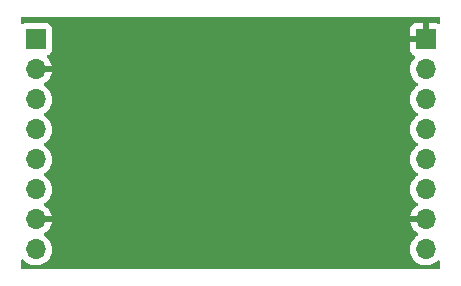
<source format=gbr>
%TF.GenerationSoftware,KiCad,Pcbnew,6.0.4-6f826c9f35~116~ubuntu20.04.1*%
%TF.CreationDate,2022-04-01T00:26:04-05:00*%
%TF.ProjectId,LoRa_ E28-2G4M27S,4c6f5261-5f20-4453-9238-2d3247344d32,rev?*%
%TF.SameCoordinates,Original*%
%TF.FileFunction,Copper,L2,Bot*%
%TF.FilePolarity,Positive*%
%FSLAX46Y46*%
G04 Gerber Fmt 4.6, Leading zero omitted, Abs format (unit mm)*
G04 Created by KiCad (PCBNEW 6.0.4-6f826c9f35~116~ubuntu20.04.1) date 2022-04-01 00:26:04*
%MOMM*%
%LPD*%
G01*
G04 APERTURE LIST*
%TA.AperFunction,ComponentPad*%
%ADD10O,1.700000X1.700000*%
%TD*%
%TA.AperFunction,ComponentPad*%
%ADD11R,1.700000X1.700000*%
%TD*%
G04 APERTURE END LIST*
D10*
%TO.P,J2,8,Pin_8*%
%TO.N,Net-(U1-Pad9)*%
X152400000Y-86614000D03*
%TO.P,J2,7,Pin_7*%
%TO.N,GND*%
X152400000Y-84074000D03*
%TO.P,J2,6,Pin_6*%
%TO.N,Net-(U1-Pad11)*%
X152400000Y-81534000D03*
%TO.P,J2,5,Pin_5*%
%TO.N,Net-(U1-Pad12)*%
X152400000Y-78994000D03*
%TO.P,J2,4,Pin_4*%
%TO.N,Net-(U1-Pad13)*%
X152400000Y-76454000D03*
%TO.P,J2,3,Pin_3*%
%TO.N,Net-(U1-Pad14)*%
X152400000Y-73914000D03*
%TO.P,J2,2,Pin_2*%
%TO.N,Net-(U1-Pad15)*%
X152400000Y-71374000D03*
D11*
%TO.P,J2,1,Pin_1*%
%TO.N,GND*%
X152400000Y-68834000D03*
%TD*%
D10*
%TO.P,J1,8,Pin_8*%
%TO.N,Net-(J1-Pad8)*%
X119380000Y-86614000D03*
%TO.P,J1,7,Pin_7*%
%TO.N,GND*%
X119380000Y-84074000D03*
%TO.P,J1,6,Pin_6*%
%TO.N,Net-(J1-Pad6)*%
X119380000Y-81534000D03*
%TO.P,J1,5,Pin_5*%
%TO.N,Net-(J1-Pad5)*%
X119380000Y-78994000D03*
%TO.P,J1,4,Pin_4*%
%TO.N,Net-(J1-Pad4)*%
X119380000Y-76454000D03*
%TO.P,J1,3,Pin_3*%
%TO.N,Net-(J1-Pad3)*%
X119380000Y-73914000D03*
%TO.P,J1,2,Pin_2*%
%TO.N,GND*%
X119380000Y-71374000D03*
D11*
%TO.P,J1,1,Pin_1*%
%TO.N,Net-(J1-Pad1)*%
X119380000Y-68834000D03*
%TD*%
%TA.AperFunction,Conductor*%
%TO.N,GND*%
G36*
X153533621Y-66928502D02*
G01*
X153580114Y-66982158D01*
X153591500Y-67034500D01*
X153591500Y-67387658D01*
X153571498Y-67455779D01*
X153517842Y-67502272D01*
X153447568Y-67512376D01*
X153421270Y-67505640D01*
X153367605Y-67485522D01*
X153352351Y-67481895D01*
X153301486Y-67476369D01*
X153294672Y-67476000D01*
X152672115Y-67476000D01*
X152656876Y-67480475D01*
X152655671Y-67481865D01*
X152654000Y-67489548D01*
X152654000Y-68962000D01*
X152633998Y-69030121D01*
X152580342Y-69076614D01*
X152528000Y-69088000D01*
X151060116Y-69088000D01*
X151044877Y-69092475D01*
X151043672Y-69093865D01*
X151042001Y-69101548D01*
X151042001Y-69728669D01*
X151042371Y-69735490D01*
X151047895Y-69786352D01*
X151051521Y-69801604D01*
X151096676Y-69922054D01*
X151105214Y-69937649D01*
X151181715Y-70039724D01*
X151194276Y-70052285D01*
X151296351Y-70128786D01*
X151311946Y-70137324D01*
X151420827Y-70178142D01*
X151477591Y-70220784D01*
X151502291Y-70287345D01*
X151487083Y-70356694D01*
X151467691Y-70383175D01*
X151355763Y-70500301D01*
X151340629Y-70516138D01*
X151214743Y-70700680D01*
X151120688Y-70903305D01*
X151060989Y-71118570D01*
X151037251Y-71340695D01*
X151050110Y-71563715D01*
X151051247Y-71568761D01*
X151051248Y-71568767D01*
X151064597Y-71628000D01*
X151099222Y-71781639D01*
X151183266Y-71988616D01*
X151299987Y-72179088D01*
X151446250Y-72347938D01*
X151618126Y-72490632D01*
X151688595Y-72531811D01*
X151691445Y-72533476D01*
X151740169Y-72585114D01*
X151753240Y-72654897D01*
X151726509Y-72720669D01*
X151686055Y-72754027D01*
X151673607Y-72760507D01*
X151669474Y-72763610D01*
X151669471Y-72763612D01*
X151645247Y-72781800D01*
X151494965Y-72894635D01*
X151444706Y-72947228D01*
X151347594Y-73048850D01*
X151340629Y-73056138D01*
X151214743Y-73240680D01*
X151120688Y-73443305D01*
X151060989Y-73658570D01*
X151037251Y-73880695D01*
X151037548Y-73885848D01*
X151037548Y-73885851D01*
X151043011Y-73980590D01*
X151050110Y-74103715D01*
X151051247Y-74108761D01*
X151051248Y-74108767D01*
X151071119Y-74196939D01*
X151099222Y-74321639D01*
X151183266Y-74528616D01*
X151299987Y-74719088D01*
X151446250Y-74887938D01*
X151618126Y-75030632D01*
X151688595Y-75071811D01*
X151691445Y-75073476D01*
X151740169Y-75125114D01*
X151753240Y-75194897D01*
X151726509Y-75260669D01*
X151686055Y-75294027D01*
X151673607Y-75300507D01*
X151669474Y-75303610D01*
X151669471Y-75303612D01*
X151645247Y-75321800D01*
X151494965Y-75434635D01*
X151444706Y-75487228D01*
X151347594Y-75588850D01*
X151340629Y-75596138D01*
X151214743Y-75780680D01*
X151120688Y-75983305D01*
X151060989Y-76198570D01*
X151037251Y-76420695D01*
X151037548Y-76425848D01*
X151037548Y-76425851D01*
X151043011Y-76520590D01*
X151050110Y-76643715D01*
X151051247Y-76648761D01*
X151051248Y-76648767D01*
X151071119Y-76736939D01*
X151099222Y-76861639D01*
X151183266Y-77068616D01*
X151299987Y-77259088D01*
X151446250Y-77427938D01*
X151618126Y-77570632D01*
X151688595Y-77611811D01*
X151691445Y-77613476D01*
X151740169Y-77665114D01*
X151753240Y-77734897D01*
X151726509Y-77800669D01*
X151686055Y-77834027D01*
X151673607Y-77840507D01*
X151669474Y-77843610D01*
X151669471Y-77843612D01*
X151645247Y-77861800D01*
X151494965Y-77974635D01*
X151444706Y-78027228D01*
X151347594Y-78128850D01*
X151340629Y-78136138D01*
X151214743Y-78320680D01*
X151120688Y-78523305D01*
X151060989Y-78738570D01*
X151037251Y-78960695D01*
X151037548Y-78965848D01*
X151037548Y-78965851D01*
X151043011Y-79060590D01*
X151050110Y-79183715D01*
X151051247Y-79188761D01*
X151051248Y-79188767D01*
X151071119Y-79276939D01*
X151099222Y-79401639D01*
X151183266Y-79608616D01*
X151299987Y-79799088D01*
X151446250Y-79967938D01*
X151618126Y-80110632D01*
X151688595Y-80151811D01*
X151691445Y-80153476D01*
X151740169Y-80205114D01*
X151753240Y-80274897D01*
X151726509Y-80340669D01*
X151686055Y-80374027D01*
X151673607Y-80380507D01*
X151669474Y-80383610D01*
X151669471Y-80383612D01*
X151645247Y-80401800D01*
X151494965Y-80514635D01*
X151444706Y-80567228D01*
X151347594Y-80668850D01*
X151340629Y-80676138D01*
X151214743Y-80860680D01*
X151120688Y-81063305D01*
X151060989Y-81278570D01*
X151037251Y-81500695D01*
X151037548Y-81505848D01*
X151037548Y-81505851D01*
X151043011Y-81600590D01*
X151050110Y-81723715D01*
X151051247Y-81728761D01*
X151051248Y-81728767D01*
X151071119Y-81816939D01*
X151099222Y-81941639D01*
X151183266Y-82148616D01*
X151299987Y-82339088D01*
X151446250Y-82507938D01*
X151618126Y-82650632D01*
X151691955Y-82693774D01*
X151740679Y-82745412D01*
X151753750Y-82815195D01*
X151727019Y-82880967D01*
X151686562Y-82914327D01*
X151678457Y-82918546D01*
X151669738Y-82924036D01*
X151499433Y-83051905D01*
X151491726Y-83058748D01*
X151344590Y-83212717D01*
X151338104Y-83220727D01*
X151218098Y-83396649D01*
X151213000Y-83405623D01*
X151123338Y-83598783D01*
X151119775Y-83608470D01*
X151064389Y-83808183D01*
X151065912Y-83816607D01*
X151078292Y-83820000D01*
X152528000Y-83820000D01*
X152596121Y-83840002D01*
X152642614Y-83893658D01*
X152654000Y-83946000D01*
X152654000Y-84202000D01*
X152633998Y-84270121D01*
X152580342Y-84316614D01*
X152528000Y-84328000D01*
X151083225Y-84328000D01*
X151069694Y-84331973D01*
X151068257Y-84341966D01*
X151098565Y-84476446D01*
X151101645Y-84486275D01*
X151181770Y-84683603D01*
X151186413Y-84692794D01*
X151297694Y-84874388D01*
X151303777Y-84882699D01*
X151443213Y-85043667D01*
X151450580Y-85050883D01*
X151614434Y-85186916D01*
X151622881Y-85192831D01*
X151691969Y-85233203D01*
X151740693Y-85284842D01*
X151753764Y-85354625D01*
X151727033Y-85420396D01*
X151686584Y-85453752D01*
X151673607Y-85460507D01*
X151669474Y-85463610D01*
X151669471Y-85463612D01*
X151645247Y-85481800D01*
X151494965Y-85594635D01*
X151444706Y-85647228D01*
X151347594Y-85748850D01*
X151340629Y-85756138D01*
X151214743Y-85940680D01*
X151120688Y-86143305D01*
X151060989Y-86358570D01*
X151037251Y-86580695D01*
X151037548Y-86585848D01*
X151037548Y-86585851D01*
X151043011Y-86680590D01*
X151050110Y-86803715D01*
X151051247Y-86808761D01*
X151051248Y-86808767D01*
X151071119Y-86896939D01*
X151099222Y-87021639D01*
X151183266Y-87228616D01*
X151299987Y-87419088D01*
X151446250Y-87587938D01*
X151618126Y-87730632D01*
X151811000Y-87843338D01*
X152019692Y-87923030D01*
X152024760Y-87924061D01*
X152024763Y-87924062D01*
X152132017Y-87945883D01*
X152238597Y-87967567D01*
X152243772Y-87967757D01*
X152243774Y-87967757D01*
X152456673Y-87975564D01*
X152456677Y-87975564D01*
X152461837Y-87975753D01*
X152466957Y-87975097D01*
X152466959Y-87975097D01*
X152678288Y-87948025D01*
X152678289Y-87948025D01*
X152683416Y-87947368D01*
X152688366Y-87945883D01*
X152892429Y-87884661D01*
X152892434Y-87884659D01*
X152897384Y-87883174D01*
X153097994Y-87784896D01*
X153279860Y-87655173D01*
X153376561Y-87558810D01*
X153438932Y-87524894D01*
X153509738Y-87530082D01*
X153566500Y-87572728D01*
X153591194Y-87639292D01*
X153591500Y-87648061D01*
X153591500Y-88165500D01*
X153571498Y-88233621D01*
X153517842Y-88280114D01*
X153465500Y-88291500D01*
X118236500Y-88291500D01*
X118168379Y-88271498D01*
X118121886Y-88217842D01*
X118110500Y-88165500D01*
X118110500Y-87561328D01*
X118130502Y-87493207D01*
X118184158Y-87446714D01*
X118254432Y-87436610D01*
X118319012Y-87466104D01*
X118331737Y-87478830D01*
X118422865Y-87584031D01*
X118422869Y-87584035D01*
X118426250Y-87587938D01*
X118598126Y-87730632D01*
X118791000Y-87843338D01*
X118999692Y-87923030D01*
X119004760Y-87924061D01*
X119004763Y-87924062D01*
X119112017Y-87945883D01*
X119218597Y-87967567D01*
X119223772Y-87967757D01*
X119223774Y-87967757D01*
X119436673Y-87975564D01*
X119436677Y-87975564D01*
X119441837Y-87975753D01*
X119446957Y-87975097D01*
X119446959Y-87975097D01*
X119658288Y-87948025D01*
X119658289Y-87948025D01*
X119663416Y-87947368D01*
X119668366Y-87945883D01*
X119872429Y-87884661D01*
X119872434Y-87884659D01*
X119877384Y-87883174D01*
X120077994Y-87784896D01*
X120259860Y-87655173D01*
X120418096Y-87497489D01*
X120477594Y-87414689D01*
X120545435Y-87320277D01*
X120548453Y-87316077D01*
X120647430Y-87115811D01*
X120712370Y-86902069D01*
X120741529Y-86680590D01*
X120743156Y-86614000D01*
X120724852Y-86391361D01*
X120670431Y-86174702D01*
X120581354Y-85969840D01*
X120460014Y-85782277D01*
X120309670Y-85617051D01*
X120305619Y-85613852D01*
X120305615Y-85613848D01*
X120138414Y-85481800D01*
X120138410Y-85481798D01*
X120134359Y-85478598D01*
X120092569Y-85455529D01*
X120042598Y-85405097D01*
X120027826Y-85335654D01*
X120052942Y-85269248D01*
X120080294Y-85242641D01*
X120255328Y-85117792D01*
X120263200Y-85111139D01*
X120414052Y-84960812D01*
X120420730Y-84952965D01*
X120545003Y-84780020D01*
X120550313Y-84771183D01*
X120644670Y-84580267D01*
X120648469Y-84570672D01*
X120710377Y-84366910D01*
X120712555Y-84356837D01*
X120713986Y-84345962D01*
X120711775Y-84331778D01*
X120698617Y-84328000D01*
X119252000Y-84328000D01*
X119183879Y-84307998D01*
X119137386Y-84254342D01*
X119126000Y-84202000D01*
X119126000Y-83946000D01*
X119146002Y-83877879D01*
X119199658Y-83831386D01*
X119252000Y-83820000D01*
X120698344Y-83820000D01*
X120711875Y-83816027D01*
X120713180Y-83806947D01*
X120671214Y-83639875D01*
X120667894Y-83630124D01*
X120582972Y-83434814D01*
X120578105Y-83425739D01*
X120462426Y-83246926D01*
X120456136Y-83238757D01*
X120312806Y-83081240D01*
X120305273Y-83074215D01*
X120138139Y-82942222D01*
X120129556Y-82936520D01*
X120092602Y-82916120D01*
X120042631Y-82865687D01*
X120027859Y-82796245D01*
X120052975Y-82729839D01*
X120080327Y-82703232D01*
X120103797Y-82686491D01*
X120259860Y-82575173D01*
X120418096Y-82417489D01*
X120477594Y-82334689D01*
X120545435Y-82240277D01*
X120548453Y-82236077D01*
X120647430Y-82035811D01*
X120712370Y-81822069D01*
X120741529Y-81600590D01*
X120743156Y-81534000D01*
X120724852Y-81311361D01*
X120670431Y-81094702D01*
X120581354Y-80889840D01*
X120460014Y-80702277D01*
X120309670Y-80537051D01*
X120305619Y-80533852D01*
X120305615Y-80533848D01*
X120138414Y-80401800D01*
X120138410Y-80401798D01*
X120134359Y-80398598D01*
X120093053Y-80375796D01*
X120043084Y-80325364D01*
X120028312Y-80255921D01*
X120053428Y-80189516D01*
X120080780Y-80162909D01*
X120124603Y-80131650D01*
X120259860Y-80035173D01*
X120418096Y-79877489D01*
X120477594Y-79794689D01*
X120545435Y-79700277D01*
X120548453Y-79696077D01*
X120647430Y-79495811D01*
X120712370Y-79282069D01*
X120741529Y-79060590D01*
X120743156Y-78994000D01*
X120724852Y-78771361D01*
X120670431Y-78554702D01*
X120581354Y-78349840D01*
X120460014Y-78162277D01*
X120309670Y-77997051D01*
X120305619Y-77993852D01*
X120305615Y-77993848D01*
X120138414Y-77861800D01*
X120138410Y-77861798D01*
X120134359Y-77858598D01*
X120093053Y-77835796D01*
X120043084Y-77785364D01*
X120028312Y-77715921D01*
X120053428Y-77649516D01*
X120080780Y-77622909D01*
X120124603Y-77591650D01*
X120259860Y-77495173D01*
X120418096Y-77337489D01*
X120477594Y-77254689D01*
X120545435Y-77160277D01*
X120548453Y-77156077D01*
X120647430Y-76955811D01*
X120712370Y-76742069D01*
X120741529Y-76520590D01*
X120743156Y-76454000D01*
X120724852Y-76231361D01*
X120670431Y-76014702D01*
X120581354Y-75809840D01*
X120460014Y-75622277D01*
X120309670Y-75457051D01*
X120305619Y-75453852D01*
X120305615Y-75453848D01*
X120138414Y-75321800D01*
X120138410Y-75321798D01*
X120134359Y-75318598D01*
X120093053Y-75295796D01*
X120043084Y-75245364D01*
X120028312Y-75175921D01*
X120053428Y-75109516D01*
X120080780Y-75082909D01*
X120124603Y-75051650D01*
X120259860Y-74955173D01*
X120418096Y-74797489D01*
X120477594Y-74714689D01*
X120545435Y-74620277D01*
X120548453Y-74616077D01*
X120647430Y-74415811D01*
X120712370Y-74202069D01*
X120741529Y-73980590D01*
X120743156Y-73914000D01*
X120724852Y-73691361D01*
X120670431Y-73474702D01*
X120581354Y-73269840D01*
X120460014Y-73082277D01*
X120309670Y-72917051D01*
X120305619Y-72913852D01*
X120305615Y-72913848D01*
X120138414Y-72781800D01*
X120138410Y-72781798D01*
X120134359Y-72778598D01*
X120092569Y-72755529D01*
X120042598Y-72705097D01*
X120027826Y-72635654D01*
X120052942Y-72569248D01*
X120080294Y-72542641D01*
X120255328Y-72417792D01*
X120263200Y-72411139D01*
X120414052Y-72260812D01*
X120420730Y-72252965D01*
X120545003Y-72080020D01*
X120550313Y-72071183D01*
X120644670Y-71880267D01*
X120648469Y-71870672D01*
X120710377Y-71666910D01*
X120712555Y-71656837D01*
X120713986Y-71645962D01*
X120711775Y-71631778D01*
X120698617Y-71628000D01*
X119252000Y-71628000D01*
X119183879Y-71607998D01*
X119137386Y-71554342D01*
X119126000Y-71502000D01*
X119126000Y-71246000D01*
X119146002Y-71177879D01*
X119199658Y-71131386D01*
X119252000Y-71120000D01*
X120698344Y-71120000D01*
X120711875Y-71116027D01*
X120713180Y-71106947D01*
X120671214Y-70939875D01*
X120667894Y-70930124D01*
X120582972Y-70734814D01*
X120578105Y-70725739D01*
X120462426Y-70546926D01*
X120456136Y-70538757D01*
X120312293Y-70380677D01*
X120281241Y-70316831D01*
X120289635Y-70246333D01*
X120334812Y-70191564D01*
X120361256Y-70177895D01*
X120468297Y-70137767D01*
X120476705Y-70134615D01*
X120593261Y-70047261D01*
X120680615Y-69930705D01*
X120731745Y-69794316D01*
X120738500Y-69732134D01*
X120738500Y-68561885D01*
X151042000Y-68561885D01*
X151046475Y-68577124D01*
X151047865Y-68578329D01*
X151055548Y-68580000D01*
X152127885Y-68580000D01*
X152143124Y-68575525D01*
X152144329Y-68574135D01*
X152146000Y-68566452D01*
X152146000Y-67494116D01*
X152141525Y-67478877D01*
X152140135Y-67477672D01*
X152132452Y-67476001D01*
X151505331Y-67476001D01*
X151498510Y-67476371D01*
X151447648Y-67481895D01*
X151432396Y-67485521D01*
X151311946Y-67530676D01*
X151296351Y-67539214D01*
X151194276Y-67615715D01*
X151181715Y-67628276D01*
X151105214Y-67730351D01*
X151096676Y-67745946D01*
X151051522Y-67866394D01*
X151047895Y-67881649D01*
X151042369Y-67932514D01*
X151042000Y-67939328D01*
X151042000Y-68561885D01*
X120738500Y-68561885D01*
X120738500Y-67935866D01*
X120731745Y-67873684D01*
X120680615Y-67737295D01*
X120593261Y-67620739D01*
X120476705Y-67533385D01*
X120340316Y-67482255D01*
X120278134Y-67475500D01*
X118481866Y-67475500D01*
X118419684Y-67482255D01*
X118283295Y-67533385D01*
X118282236Y-67530560D01*
X118227640Y-67542495D01*
X118161094Y-67517752D01*
X118118489Y-67460960D01*
X118110500Y-67416807D01*
X118110500Y-67034500D01*
X118130502Y-66966379D01*
X118184158Y-66919886D01*
X118236500Y-66908500D01*
X153465500Y-66908500D01*
X153533621Y-66928502D01*
G37*
%TD.AperFunction*%
%TD*%
M02*

</source>
